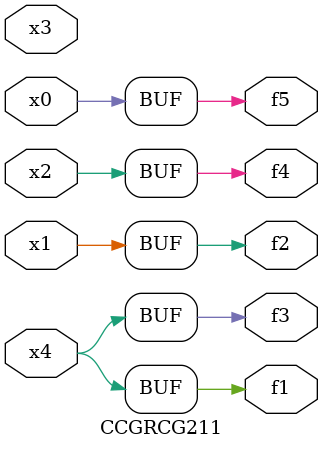
<source format=v>
module CCGRCG211(
	input x0, x1, x2, x3, x4,
	output f1, f2, f3, f4, f5
);
	assign f1 = x4;
	assign f2 = x1;
	assign f3 = x4;
	assign f4 = x2;
	assign f5 = x0;
endmodule

</source>
